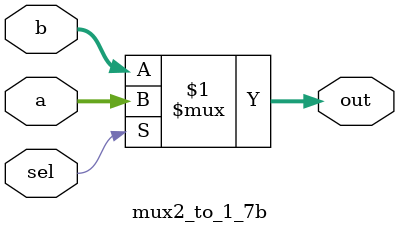
<source format=v>
module mux2_to_1_7b(
  input [6:0] a,
  input [6:0] b,
  input sel,
  output [6:0] out);

  assign out = sel ? a : b;

endmodule
</source>
